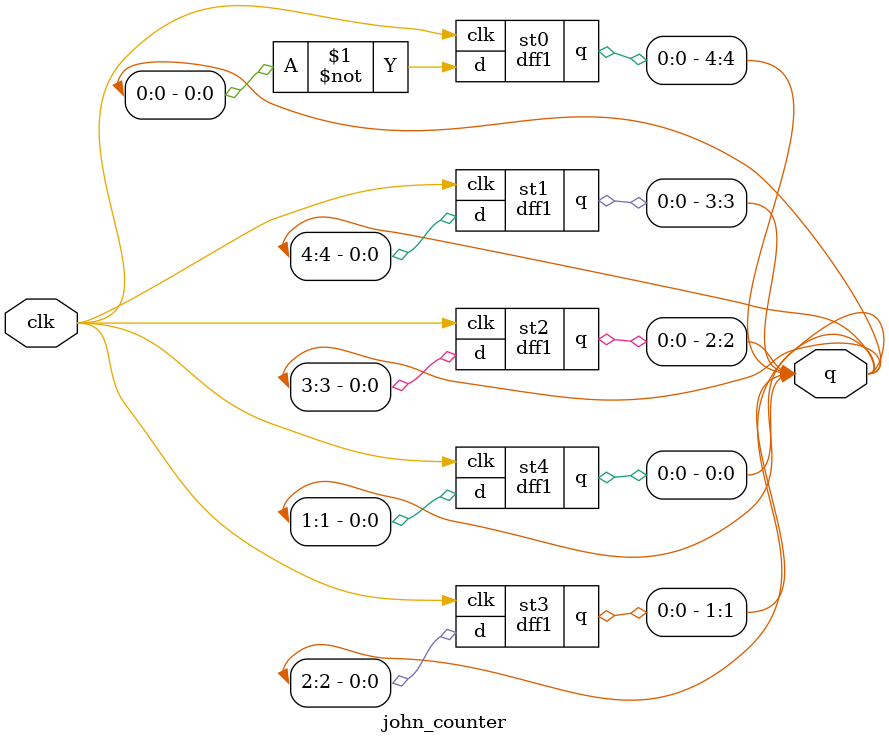
<source format=v>
module dff1(d,clk,q);
input clk,d;
output q;
reg q;
always @ (posedge clk)
begin
q=d;
end
endmodule
module john_counter(clk,q);
input clk;
output [4:0] q;
wire [4:0] q;
dff1 st0(~q[0],clk,q[4]);
dff1 st1(q[4],clk,q[3]);
dff1 st2(q[3],clk,q[2]);
dff1 st3(q[2],clk,q[1]);
dff1 st4(q[1],clk,q[0]);
endmodule



</source>
